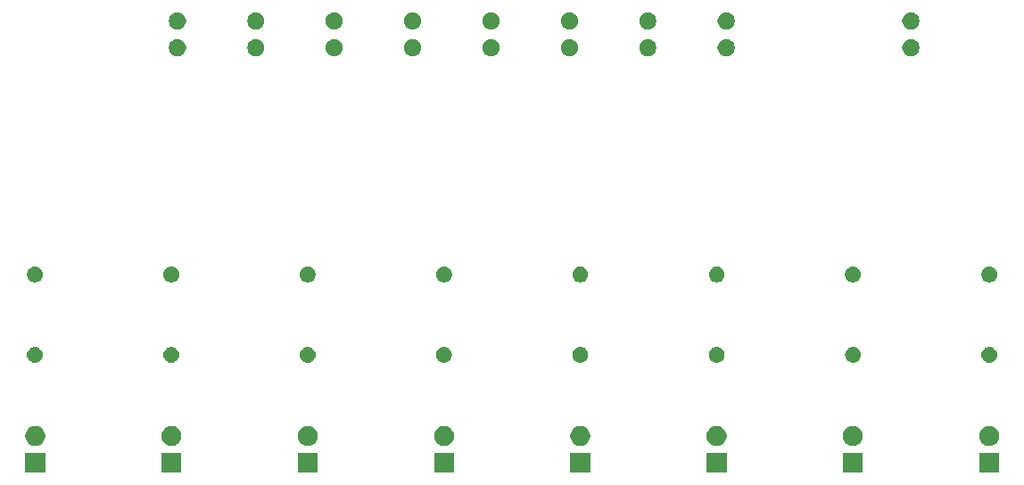
<source format=gbr>
%TF.GenerationSoftware,KiCad,Pcbnew,5.1.4-3.fc30*%
%TF.CreationDate,2019-10-13T17:27:32+02:00*%
%TF.ProjectId,LED_line,4c45445f-6c69-46e6-952e-6b696361645f,rev?*%
%TF.SameCoordinates,PX4531a5cPY39f1340*%
%TF.FileFunction,Soldermask,Top*%
%TF.FilePolarity,Negative*%
%FSLAX46Y46*%
G04 Gerber Fmt 4.6, Leading zero omitted, Abs format (unit mm)*
G04 Created by KiCad (PCBNEW 5.1.4-3.fc30) date 2019-10-13 17:27:32*
%MOMM*%
%LPD*%
G04 APERTURE LIST*
%ADD10C,0.150000*%
G04 APERTURE END LIST*
D10*
G36*
X5230900Y-48944300D02*
G01*
X3328900Y-48944300D01*
X3328900Y-47042300D01*
X5230900Y-47042300D01*
X5230900Y-48944300D01*
X5230900Y-48944300D01*
G37*
G36*
X18164942Y-48944300D02*
G01*
X16262942Y-48944300D01*
X16262942Y-47042300D01*
X18164942Y-47042300D01*
X18164942Y-48944300D01*
X18164942Y-48944300D01*
G37*
G36*
X31098984Y-48944300D02*
G01*
X29196984Y-48944300D01*
X29196984Y-47042300D01*
X31098984Y-47042300D01*
X31098984Y-48944300D01*
X31098984Y-48944300D01*
G37*
G36*
X44033026Y-48944300D02*
G01*
X42131026Y-48944300D01*
X42131026Y-47042300D01*
X44033026Y-47042300D01*
X44033026Y-48944300D01*
X44033026Y-48944300D01*
G37*
G36*
X56967068Y-48944300D02*
G01*
X55065068Y-48944300D01*
X55065068Y-47042300D01*
X56967068Y-47042300D01*
X56967068Y-48944300D01*
X56967068Y-48944300D01*
G37*
G36*
X69901110Y-48944300D02*
G01*
X67999110Y-48944300D01*
X67999110Y-47042300D01*
X69901110Y-47042300D01*
X69901110Y-48944300D01*
X69901110Y-48944300D01*
G37*
G36*
X95769200Y-48944300D02*
G01*
X93867200Y-48944300D01*
X93867200Y-47042300D01*
X95769200Y-47042300D01*
X95769200Y-48944300D01*
X95769200Y-48944300D01*
G37*
G36*
X82835152Y-48944300D02*
G01*
X80933152Y-48944300D01*
X80933152Y-47042300D01*
X82835152Y-47042300D01*
X82835152Y-48944300D01*
X82835152Y-48944300D01*
G37*
G36*
X17491337Y-44538846D02*
G01*
X17664408Y-44610534D01*
X17664409Y-44610535D01*
X17820169Y-44714610D01*
X17952632Y-44847073D01*
X17952633Y-44847075D01*
X18056708Y-45002834D01*
X18128396Y-45175905D01*
X18164942Y-45359633D01*
X18164942Y-45546967D01*
X18128396Y-45730695D01*
X18056708Y-45903766D01*
X18056707Y-45903767D01*
X17952632Y-46059527D01*
X17820169Y-46191990D01*
X17741760Y-46244381D01*
X17664408Y-46296066D01*
X17491337Y-46367754D01*
X17307609Y-46404300D01*
X17120275Y-46404300D01*
X16936547Y-46367754D01*
X16763476Y-46296066D01*
X16686124Y-46244381D01*
X16607715Y-46191990D01*
X16475252Y-46059527D01*
X16371177Y-45903767D01*
X16371176Y-45903766D01*
X16299488Y-45730695D01*
X16262942Y-45546967D01*
X16262942Y-45359633D01*
X16299488Y-45175905D01*
X16371176Y-45002834D01*
X16475251Y-44847075D01*
X16475252Y-44847073D01*
X16607715Y-44714610D01*
X16763475Y-44610535D01*
X16763476Y-44610534D01*
X16936547Y-44538846D01*
X17120275Y-44502300D01*
X17307609Y-44502300D01*
X17491337Y-44538846D01*
X17491337Y-44538846D01*
G37*
G36*
X4557295Y-44538846D02*
G01*
X4730366Y-44610534D01*
X4730367Y-44610535D01*
X4886127Y-44714610D01*
X5018590Y-44847073D01*
X5018591Y-44847075D01*
X5122666Y-45002834D01*
X5194354Y-45175905D01*
X5230900Y-45359633D01*
X5230900Y-45546967D01*
X5194354Y-45730695D01*
X5122666Y-45903766D01*
X5122665Y-45903767D01*
X5018590Y-46059527D01*
X4886127Y-46191990D01*
X4807718Y-46244381D01*
X4730366Y-46296066D01*
X4557295Y-46367754D01*
X4373567Y-46404300D01*
X4186233Y-46404300D01*
X4002505Y-46367754D01*
X3829434Y-46296066D01*
X3752082Y-46244381D01*
X3673673Y-46191990D01*
X3541210Y-46059527D01*
X3437135Y-45903767D01*
X3437134Y-45903766D01*
X3365446Y-45730695D01*
X3328900Y-45546967D01*
X3328900Y-45359633D01*
X3365446Y-45175905D01*
X3437134Y-45002834D01*
X3541209Y-44847075D01*
X3541210Y-44847073D01*
X3673673Y-44714610D01*
X3829433Y-44610535D01*
X3829434Y-44610534D01*
X4002505Y-44538846D01*
X4186233Y-44502300D01*
X4373567Y-44502300D01*
X4557295Y-44538846D01*
X4557295Y-44538846D01*
G37*
G36*
X30425379Y-44538846D02*
G01*
X30598450Y-44610534D01*
X30598451Y-44610535D01*
X30754211Y-44714610D01*
X30886674Y-44847073D01*
X30886675Y-44847075D01*
X30990750Y-45002834D01*
X31062438Y-45175905D01*
X31098984Y-45359633D01*
X31098984Y-45546967D01*
X31062438Y-45730695D01*
X30990750Y-45903766D01*
X30990749Y-45903767D01*
X30886674Y-46059527D01*
X30754211Y-46191990D01*
X30675802Y-46244381D01*
X30598450Y-46296066D01*
X30425379Y-46367754D01*
X30241651Y-46404300D01*
X30054317Y-46404300D01*
X29870589Y-46367754D01*
X29697518Y-46296066D01*
X29620166Y-46244381D01*
X29541757Y-46191990D01*
X29409294Y-46059527D01*
X29305219Y-45903767D01*
X29305218Y-45903766D01*
X29233530Y-45730695D01*
X29196984Y-45546967D01*
X29196984Y-45359633D01*
X29233530Y-45175905D01*
X29305218Y-45002834D01*
X29409293Y-44847075D01*
X29409294Y-44847073D01*
X29541757Y-44714610D01*
X29697517Y-44610535D01*
X29697518Y-44610534D01*
X29870589Y-44538846D01*
X30054317Y-44502300D01*
X30241651Y-44502300D01*
X30425379Y-44538846D01*
X30425379Y-44538846D01*
G37*
G36*
X43359421Y-44538846D02*
G01*
X43532492Y-44610534D01*
X43532493Y-44610535D01*
X43688253Y-44714610D01*
X43820716Y-44847073D01*
X43820717Y-44847075D01*
X43924792Y-45002834D01*
X43996480Y-45175905D01*
X44033026Y-45359633D01*
X44033026Y-45546967D01*
X43996480Y-45730695D01*
X43924792Y-45903766D01*
X43924791Y-45903767D01*
X43820716Y-46059527D01*
X43688253Y-46191990D01*
X43609844Y-46244381D01*
X43532492Y-46296066D01*
X43359421Y-46367754D01*
X43175693Y-46404300D01*
X42988359Y-46404300D01*
X42804631Y-46367754D01*
X42631560Y-46296066D01*
X42554208Y-46244381D01*
X42475799Y-46191990D01*
X42343336Y-46059527D01*
X42239261Y-45903767D01*
X42239260Y-45903766D01*
X42167572Y-45730695D01*
X42131026Y-45546967D01*
X42131026Y-45359633D01*
X42167572Y-45175905D01*
X42239260Y-45002834D01*
X42343335Y-44847075D01*
X42343336Y-44847073D01*
X42475799Y-44714610D01*
X42631559Y-44610535D01*
X42631560Y-44610534D01*
X42804631Y-44538846D01*
X42988359Y-44502300D01*
X43175693Y-44502300D01*
X43359421Y-44538846D01*
X43359421Y-44538846D01*
G37*
G36*
X82161547Y-44538846D02*
G01*
X82334618Y-44610534D01*
X82334619Y-44610535D01*
X82490379Y-44714610D01*
X82622842Y-44847073D01*
X82622843Y-44847075D01*
X82726918Y-45002834D01*
X82798606Y-45175905D01*
X82835152Y-45359633D01*
X82835152Y-45546967D01*
X82798606Y-45730695D01*
X82726918Y-45903766D01*
X82726917Y-45903767D01*
X82622842Y-46059527D01*
X82490379Y-46191990D01*
X82411970Y-46244381D01*
X82334618Y-46296066D01*
X82161547Y-46367754D01*
X81977819Y-46404300D01*
X81790485Y-46404300D01*
X81606757Y-46367754D01*
X81433686Y-46296066D01*
X81356334Y-46244381D01*
X81277925Y-46191990D01*
X81145462Y-46059527D01*
X81041387Y-45903767D01*
X81041386Y-45903766D01*
X80969698Y-45730695D01*
X80933152Y-45546967D01*
X80933152Y-45359633D01*
X80969698Y-45175905D01*
X81041386Y-45002834D01*
X81145461Y-44847075D01*
X81145462Y-44847073D01*
X81277925Y-44714610D01*
X81433685Y-44610535D01*
X81433686Y-44610534D01*
X81606757Y-44538846D01*
X81790485Y-44502300D01*
X81977819Y-44502300D01*
X82161547Y-44538846D01*
X82161547Y-44538846D01*
G37*
G36*
X95095595Y-44538846D02*
G01*
X95268666Y-44610534D01*
X95268667Y-44610535D01*
X95424427Y-44714610D01*
X95556890Y-44847073D01*
X95556891Y-44847075D01*
X95660966Y-45002834D01*
X95732654Y-45175905D01*
X95769200Y-45359633D01*
X95769200Y-45546967D01*
X95732654Y-45730695D01*
X95660966Y-45903766D01*
X95660965Y-45903767D01*
X95556890Y-46059527D01*
X95424427Y-46191990D01*
X95346018Y-46244381D01*
X95268666Y-46296066D01*
X95095595Y-46367754D01*
X94911867Y-46404300D01*
X94724533Y-46404300D01*
X94540805Y-46367754D01*
X94367734Y-46296066D01*
X94290382Y-46244381D01*
X94211973Y-46191990D01*
X94079510Y-46059527D01*
X93975435Y-45903767D01*
X93975434Y-45903766D01*
X93903746Y-45730695D01*
X93867200Y-45546967D01*
X93867200Y-45359633D01*
X93903746Y-45175905D01*
X93975434Y-45002834D01*
X94079509Y-44847075D01*
X94079510Y-44847073D01*
X94211973Y-44714610D01*
X94367733Y-44610535D01*
X94367734Y-44610534D01*
X94540805Y-44538846D01*
X94724533Y-44502300D01*
X94911867Y-44502300D01*
X95095595Y-44538846D01*
X95095595Y-44538846D01*
G37*
G36*
X69227505Y-44538846D02*
G01*
X69400576Y-44610534D01*
X69400577Y-44610535D01*
X69556337Y-44714610D01*
X69688800Y-44847073D01*
X69688801Y-44847075D01*
X69792876Y-45002834D01*
X69864564Y-45175905D01*
X69901110Y-45359633D01*
X69901110Y-45546967D01*
X69864564Y-45730695D01*
X69792876Y-45903766D01*
X69792875Y-45903767D01*
X69688800Y-46059527D01*
X69556337Y-46191990D01*
X69477928Y-46244381D01*
X69400576Y-46296066D01*
X69227505Y-46367754D01*
X69043777Y-46404300D01*
X68856443Y-46404300D01*
X68672715Y-46367754D01*
X68499644Y-46296066D01*
X68422292Y-46244381D01*
X68343883Y-46191990D01*
X68211420Y-46059527D01*
X68107345Y-45903767D01*
X68107344Y-45903766D01*
X68035656Y-45730695D01*
X67999110Y-45546967D01*
X67999110Y-45359633D01*
X68035656Y-45175905D01*
X68107344Y-45002834D01*
X68211419Y-44847075D01*
X68211420Y-44847073D01*
X68343883Y-44714610D01*
X68499643Y-44610535D01*
X68499644Y-44610534D01*
X68672715Y-44538846D01*
X68856443Y-44502300D01*
X69043777Y-44502300D01*
X69227505Y-44538846D01*
X69227505Y-44538846D01*
G37*
G36*
X56293463Y-44538846D02*
G01*
X56466534Y-44610534D01*
X56466535Y-44610535D01*
X56622295Y-44714610D01*
X56754758Y-44847073D01*
X56754759Y-44847075D01*
X56858834Y-45002834D01*
X56930522Y-45175905D01*
X56967068Y-45359633D01*
X56967068Y-45546967D01*
X56930522Y-45730695D01*
X56858834Y-45903766D01*
X56858833Y-45903767D01*
X56754758Y-46059527D01*
X56622295Y-46191990D01*
X56543886Y-46244381D01*
X56466534Y-46296066D01*
X56293463Y-46367754D01*
X56109735Y-46404300D01*
X55922401Y-46404300D01*
X55738673Y-46367754D01*
X55565602Y-46296066D01*
X55488250Y-46244381D01*
X55409841Y-46191990D01*
X55277378Y-46059527D01*
X55173303Y-45903767D01*
X55173302Y-45903766D01*
X55101614Y-45730695D01*
X55065068Y-45546967D01*
X55065068Y-45359633D01*
X55101614Y-45175905D01*
X55173302Y-45002834D01*
X55277377Y-44847075D01*
X55277378Y-44847073D01*
X55409841Y-44714610D01*
X55565601Y-44610535D01*
X55565602Y-44610534D01*
X55738673Y-44538846D01*
X55922401Y-44502300D01*
X56109735Y-44502300D01*
X56293463Y-44538846D01*
X56293463Y-44538846D01*
G37*
G36*
X4328165Y-36997022D02*
G01*
X4401722Y-37004267D01*
X4543286Y-37047210D01*
X4673752Y-37116946D01*
X4703540Y-37141392D01*
X4788107Y-37210793D01*
X4857508Y-37295360D01*
X4881954Y-37325148D01*
X4951690Y-37455614D01*
X4994633Y-37597178D01*
X5009133Y-37744400D01*
X4994633Y-37891622D01*
X4951690Y-38033186D01*
X4881954Y-38163652D01*
X4857508Y-38193440D01*
X4788107Y-38278007D01*
X4703540Y-38347408D01*
X4673752Y-38371854D01*
X4543286Y-38441590D01*
X4401722Y-38484533D01*
X4328165Y-38491778D01*
X4291388Y-38495400D01*
X4217612Y-38495400D01*
X4180835Y-38491778D01*
X4107278Y-38484533D01*
X3965714Y-38441590D01*
X3835248Y-38371854D01*
X3805460Y-38347408D01*
X3720893Y-38278007D01*
X3651492Y-38193440D01*
X3627046Y-38163652D01*
X3557310Y-38033186D01*
X3514367Y-37891622D01*
X3499867Y-37744400D01*
X3514367Y-37597178D01*
X3557310Y-37455614D01*
X3627046Y-37325148D01*
X3651492Y-37295360D01*
X3720893Y-37210793D01*
X3805460Y-37141392D01*
X3835248Y-37116946D01*
X3965714Y-37047210D01*
X4107278Y-37004267D01*
X4180835Y-36997022D01*
X4217612Y-36993400D01*
X4291388Y-36993400D01*
X4328165Y-36997022D01*
X4328165Y-36997022D01*
G37*
G36*
X43152065Y-36997022D02*
G01*
X43225622Y-37004267D01*
X43367186Y-37047210D01*
X43497652Y-37116946D01*
X43527440Y-37141392D01*
X43612007Y-37210793D01*
X43681408Y-37295360D01*
X43705854Y-37325148D01*
X43775590Y-37455614D01*
X43818533Y-37597178D01*
X43833033Y-37744400D01*
X43818533Y-37891622D01*
X43775590Y-38033186D01*
X43705854Y-38163652D01*
X43681408Y-38193440D01*
X43612007Y-38278007D01*
X43527440Y-38347408D01*
X43497652Y-38371854D01*
X43367186Y-38441590D01*
X43225622Y-38484533D01*
X43152065Y-38491778D01*
X43115288Y-38495400D01*
X43041512Y-38495400D01*
X43004735Y-38491778D01*
X42931178Y-38484533D01*
X42789614Y-38441590D01*
X42659148Y-38371854D01*
X42629360Y-38347408D01*
X42544793Y-38278007D01*
X42475392Y-38193440D01*
X42450946Y-38163652D01*
X42381210Y-38033186D01*
X42338267Y-37891622D01*
X42323767Y-37744400D01*
X42338267Y-37597178D01*
X42381210Y-37455614D01*
X42450946Y-37325148D01*
X42475392Y-37295360D01*
X42544793Y-37210793D01*
X42629360Y-37141392D01*
X42659148Y-37116946D01*
X42789614Y-37047210D01*
X42931178Y-37004267D01*
X43004735Y-36997022D01*
X43041512Y-36993400D01*
X43115288Y-36993400D01*
X43152065Y-36997022D01*
X43152065Y-36997022D01*
G37*
G36*
X17269465Y-36997022D02*
G01*
X17343022Y-37004267D01*
X17484586Y-37047210D01*
X17615052Y-37116946D01*
X17644840Y-37141392D01*
X17729407Y-37210793D01*
X17798808Y-37295360D01*
X17823254Y-37325148D01*
X17892990Y-37455614D01*
X17935933Y-37597178D01*
X17950433Y-37744400D01*
X17935933Y-37891622D01*
X17892990Y-38033186D01*
X17823254Y-38163652D01*
X17798808Y-38193440D01*
X17729407Y-38278007D01*
X17644840Y-38347408D01*
X17615052Y-38371854D01*
X17484586Y-38441590D01*
X17343022Y-38484533D01*
X17269465Y-38491778D01*
X17232688Y-38495400D01*
X17158912Y-38495400D01*
X17122135Y-38491778D01*
X17048578Y-38484533D01*
X16907014Y-38441590D01*
X16776548Y-38371854D01*
X16746760Y-38347408D01*
X16662193Y-38278007D01*
X16592792Y-38193440D01*
X16568346Y-38163652D01*
X16498610Y-38033186D01*
X16455667Y-37891622D01*
X16441167Y-37744400D01*
X16455667Y-37597178D01*
X16498610Y-37455614D01*
X16568346Y-37325148D01*
X16592792Y-37295360D01*
X16662193Y-37210793D01*
X16746760Y-37141392D01*
X16776548Y-37116946D01*
X16907014Y-37047210D01*
X17048578Y-37004267D01*
X17122135Y-36997022D01*
X17158912Y-36993400D01*
X17232688Y-36993400D01*
X17269465Y-36997022D01*
X17269465Y-36997022D01*
G37*
G36*
X94917265Y-36997022D02*
G01*
X94990822Y-37004267D01*
X95132386Y-37047210D01*
X95262852Y-37116946D01*
X95292640Y-37141392D01*
X95377207Y-37210793D01*
X95446608Y-37295360D01*
X95471054Y-37325148D01*
X95540790Y-37455614D01*
X95583733Y-37597178D01*
X95598233Y-37744400D01*
X95583733Y-37891622D01*
X95540790Y-38033186D01*
X95471054Y-38163652D01*
X95446608Y-38193440D01*
X95377207Y-38278007D01*
X95292640Y-38347408D01*
X95262852Y-38371854D01*
X95132386Y-38441590D01*
X94990822Y-38484533D01*
X94917265Y-38491778D01*
X94880488Y-38495400D01*
X94806712Y-38495400D01*
X94769935Y-38491778D01*
X94696378Y-38484533D01*
X94554814Y-38441590D01*
X94424348Y-38371854D01*
X94394560Y-38347408D01*
X94309993Y-38278007D01*
X94240592Y-38193440D01*
X94216146Y-38163652D01*
X94146410Y-38033186D01*
X94103467Y-37891622D01*
X94088967Y-37744400D01*
X94103467Y-37597178D01*
X94146410Y-37455614D01*
X94216146Y-37325148D01*
X94240592Y-37295360D01*
X94309993Y-37210793D01*
X94394560Y-37141392D01*
X94424348Y-37116946D01*
X94554814Y-37047210D01*
X94696378Y-37004267D01*
X94769935Y-36997022D01*
X94806712Y-36993400D01*
X94880488Y-36993400D01*
X94917265Y-36997022D01*
X94917265Y-36997022D01*
G37*
G36*
X81975965Y-36997022D02*
G01*
X82049522Y-37004267D01*
X82191086Y-37047210D01*
X82321552Y-37116946D01*
X82351340Y-37141392D01*
X82435907Y-37210793D01*
X82505308Y-37295360D01*
X82529754Y-37325148D01*
X82599490Y-37455614D01*
X82642433Y-37597178D01*
X82656933Y-37744400D01*
X82642433Y-37891622D01*
X82599490Y-38033186D01*
X82529754Y-38163652D01*
X82505308Y-38193440D01*
X82435907Y-38278007D01*
X82351340Y-38347408D01*
X82321552Y-38371854D01*
X82191086Y-38441590D01*
X82049522Y-38484533D01*
X81975965Y-38491778D01*
X81939188Y-38495400D01*
X81865412Y-38495400D01*
X81828635Y-38491778D01*
X81755078Y-38484533D01*
X81613514Y-38441590D01*
X81483048Y-38371854D01*
X81453260Y-38347408D01*
X81368693Y-38278007D01*
X81299292Y-38193440D01*
X81274846Y-38163652D01*
X81205110Y-38033186D01*
X81162167Y-37891622D01*
X81147667Y-37744400D01*
X81162167Y-37597178D01*
X81205110Y-37455614D01*
X81274846Y-37325148D01*
X81299292Y-37295360D01*
X81368693Y-37210793D01*
X81453260Y-37141392D01*
X81483048Y-37116946D01*
X81613514Y-37047210D01*
X81755078Y-37004267D01*
X81828635Y-36997022D01*
X81865412Y-36993400D01*
X81939188Y-36993400D01*
X81975965Y-36997022D01*
X81975965Y-36997022D01*
G37*
G36*
X69034665Y-36997022D02*
G01*
X69108222Y-37004267D01*
X69249786Y-37047210D01*
X69380252Y-37116946D01*
X69410040Y-37141392D01*
X69494607Y-37210793D01*
X69564008Y-37295360D01*
X69588454Y-37325148D01*
X69658190Y-37455614D01*
X69701133Y-37597178D01*
X69715633Y-37744400D01*
X69701133Y-37891622D01*
X69658190Y-38033186D01*
X69588454Y-38163652D01*
X69564008Y-38193440D01*
X69494607Y-38278007D01*
X69410040Y-38347408D01*
X69380252Y-38371854D01*
X69249786Y-38441590D01*
X69108222Y-38484533D01*
X69034665Y-38491778D01*
X68997888Y-38495400D01*
X68924112Y-38495400D01*
X68887335Y-38491778D01*
X68813778Y-38484533D01*
X68672214Y-38441590D01*
X68541748Y-38371854D01*
X68511960Y-38347408D01*
X68427393Y-38278007D01*
X68357992Y-38193440D01*
X68333546Y-38163652D01*
X68263810Y-38033186D01*
X68220867Y-37891622D01*
X68206367Y-37744400D01*
X68220867Y-37597178D01*
X68263810Y-37455614D01*
X68333546Y-37325148D01*
X68357992Y-37295360D01*
X68427393Y-37210793D01*
X68511960Y-37141392D01*
X68541748Y-37116946D01*
X68672214Y-37047210D01*
X68813778Y-37004267D01*
X68887335Y-36997022D01*
X68924112Y-36993400D01*
X68997888Y-36993400D01*
X69034665Y-36997022D01*
X69034665Y-36997022D01*
G37*
G36*
X56093365Y-36997022D02*
G01*
X56166922Y-37004267D01*
X56308486Y-37047210D01*
X56438952Y-37116946D01*
X56468740Y-37141392D01*
X56553307Y-37210793D01*
X56622708Y-37295360D01*
X56647154Y-37325148D01*
X56716890Y-37455614D01*
X56759833Y-37597178D01*
X56774333Y-37744400D01*
X56759833Y-37891622D01*
X56716890Y-38033186D01*
X56647154Y-38163652D01*
X56622708Y-38193440D01*
X56553307Y-38278007D01*
X56468740Y-38347408D01*
X56438952Y-38371854D01*
X56308486Y-38441590D01*
X56166922Y-38484533D01*
X56093365Y-38491778D01*
X56056588Y-38495400D01*
X55982812Y-38495400D01*
X55946035Y-38491778D01*
X55872478Y-38484533D01*
X55730914Y-38441590D01*
X55600448Y-38371854D01*
X55570660Y-38347408D01*
X55486093Y-38278007D01*
X55416692Y-38193440D01*
X55392246Y-38163652D01*
X55322510Y-38033186D01*
X55279567Y-37891622D01*
X55265067Y-37744400D01*
X55279567Y-37597178D01*
X55322510Y-37455614D01*
X55392246Y-37325148D01*
X55416692Y-37295360D01*
X55486093Y-37210793D01*
X55570660Y-37141392D01*
X55600448Y-37116946D01*
X55730914Y-37047210D01*
X55872478Y-37004267D01*
X55946035Y-36997022D01*
X55982812Y-36993400D01*
X56056588Y-36993400D01*
X56093365Y-36997022D01*
X56093365Y-36997022D01*
G37*
G36*
X30210765Y-36997022D02*
G01*
X30284322Y-37004267D01*
X30425886Y-37047210D01*
X30556352Y-37116946D01*
X30586140Y-37141392D01*
X30670707Y-37210793D01*
X30740108Y-37295360D01*
X30764554Y-37325148D01*
X30834290Y-37455614D01*
X30877233Y-37597178D01*
X30891733Y-37744400D01*
X30877233Y-37891622D01*
X30834290Y-38033186D01*
X30764554Y-38163652D01*
X30740108Y-38193440D01*
X30670707Y-38278007D01*
X30586140Y-38347408D01*
X30556352Y-38371854D01*
X30425886Y-38441590D01*
X30284322Y-38484533D01*
X30210765Y-38491778D01*
X30173988Y-38495400D01*
X30100212Y-38495400D01*
X30063435Y-38491778D01*
X29989878Y-38484533D01*
X29848314Y-38441590D01*
X29717848Y-38371854D01*
X29688060Y-38347408D01*
X29603493Y-38278007D01*
X29534092Y-38193440D01*
X29509646Y-38163652D01*
X29439910Y-38033186D01*
X29396967Y-37891622D01*
X29382467Y-37744400D01*
X29396967Y-37597178D01*
X29439910Y-37455614D01*
X29509646Y-37325148D01*
X29534092Y-37295360D01*
X29603493Y-37210793D01*
X29688060Y-37141392D01*
X29717848Y-37116946D01*
X29848314Y-37047210D01*
X29989878Y-37004267D01*
X30063435Y-36997022D01*
X30100212Y-36993400D01*
X30173988Y-36993400D01*
X30210765Y-36997022D01*
X30210765Y-36997022D01*
G37*
G36*
X95062659Y-29402260D02*
G01*
X95199332Y-29458872D01*
X95322335Y-29541060D01*
X95426940Y-29645665D01*
X95509128Y-29768668D01*
X95565740Y-29905341D01*
X95594600Y-30050433D01*
X95594600Y-30198367D01*
X95565740Y-30343459D01*
X95509128Y-30480132D01*
X95426940Y-30603135D01*
X95322335Y-30707740D01*
X95199332Y-30789928D01*
X95199331Y-30789929D01*
X95199330Y-30789929D01*
X95062659Y-30846540D01*
X94917568Y-30875400D01*
X94769632Y-30875400D01*
X94624541Y-30846540D01*
X94487870Y-30789929D01*
X94487869Y-30789929D01*
X94487868Y-30789928D01*
X94364865Y-30707740D01*
X94260260Y-30603135D01*
X94178072Y-30480132D01*
X94121460Y-30343459D01*
X94092600Y-30198367D01*
X94092600Y-30050433D01*
X94121460Y-29905341D01*
X94178072Y-29768668D01*
X94260260Y-29645665D01*
X94364865Y-29541060D01*
X94487868Y-29458872D01*
X94624541Y-29402260D01*
X94769632Y-29373400D01*
X94917568Y-29373400D01*
X95062659Y-29402260D01*
X95062659Y-29402260D01*
G37*
G36*
X17414859Y-29402260D02*
G01*
X17551532Y-29458872D01*
X17674535Y-29541060D01*
X17779140Y-29645665D01*
X17861328Y-29768668D01*
X17917940Y-29905341D01*
X17946800Y-30050433D01*
X17946800Y-30198367D01*
X17917940Y-30343459D01*
X17861328Y-30480132D01*
X17779140Y-30603135D01*
X17674535Y-30707740D01*
X17551532Y-30789928D01*
X17551531Y-30789929D01*
X17551530Y-30789929D01*
X17414859Y-30846540D01*
X17269768Y-30875400D01*
X17121832Y-30875400D01*
X16976741Y-30846540D01*
X16840070Y-30789929D01*
X16840069Y-30789929D01*
X16840068Y-30789928D01*
X16717065Y-30707740D01*
X16612460Y-30603135D01*
X16530272Y-30480132D01*
X16473660Y-30343459D01*
X16444800Y-30198367D01*
X16444800Y-30050433D01*
X16473660Y-29905341D01*
X16530272Y-29768668D01*
X16612460Y-29645665D01*
X16717065Y-29541060D01*
X16840068Y-29458872D01*
X16976741Y-29402260D01*
X17121832Y-29373400D01*
X17269768Y-29373400D01*
X17414859Y-29402260D01*
X17414859Y-29402260D01*
G37*
G36*
X30356159Y-29402260D02*
G01*
X30492832Y-29458872D01*
X30615835Y-29541060D01*
X30720440Y-29645665D01*
X30802628Y-29768668D01*
X30859240Y-29905341D01*
X30888100Y-30050433D01*
X30888100Y-30198367D01*
X30859240Y-30343459D01*
X30802628Y-30480132D01*
X30720440Y-30603135D01*
X30615835Y-30707740D01*
X30492832Y-30789928D01*
X30492831Y-30789929D01*
X30492830Y-30789929D01*
X30356159Y-30846540D01*
X30211068Y-30875400D01*
X30063132Y-30875400D01*
X29918041Y-30846540D01*
X29781370Y-30789929D01*
X29781369Y-30789929D01*
X29781368Y-30789928D01*
X29658365Y-30707740D01*
X29553760Y-30603135D01*
X29471572Y-30480132D01*
X29414960Y-30343459D01*
X29386100Y-30198367D01*
X29386100Y-30050433D01*
X29414960Y-29905341D01*
X29471572Y-29768668D01*
X29553760Y-29645665D01*
X29658365Y-29541060D01*
X29781368Y-29458872D01*
X29918041Y-29402260D01*
X30063132Y-29373400D01*
X30211068Y-29373400D01*
X30356159Y-29402260D01*
X30356159Y-29402260D01*
G37*
G36*
X4473559Y-29402260D02*
G01*
X4610232Y-29458872D01*
X4733235Y-29541060D01*
X4837840Y-29645665D01*
X4920028Y-29768668D01*
X4976640Y-29905341D01*
X5005500Y-30050433D01*
X5005500Y-30198367D01*
X4976640Y-30343459D01*
X4920028Y-30480132D01*
X4837840Y-30603135D01*
X4733235Y-30707740D01*
X4610232Y-30789928D01*
X4610231Y-30789929D01*
X4610230Y-30789929D01*
X4473559Y-30846540D01*
X4328468Y-30875400D01*
X4180532Y-30875400D01*
X4035441Y-30846540D01*
X3898770Y-30789929D01*
X3898769Y-30789929D01*
X3898768Y-30789928D01*
X3775765Y-30707740D01*
X3671160Y-30603135D01*
X3588972Y-30480132D01*
X3532360Y-30343459D01*
X3503500Y-30198367D01*
X3503500Y-30050433D01*
X3532360Y-29905341D01*
X3588972Y-29768668D01*
X3671160Y-29645665D01*
X3775765Y-29541060D01*
X3898768Y-29458872D01*
X4035441Y-29402260D01*
X4180532Y-29373400D01*
X4328468Y-29373400D01*
X4473559Y-29402260D01*
X4473559Y-29402260D01*
G37*
G36*
X56238759Y-29402260D02*
G01*
X56375432Y-29458872D01*
X56498435Y-29541060D01*
X56603040Y-29645665D01*
X56685228Y-29768668D01*
X56741840Y-29905341D01*
X56770700Y-30050433D01*
X56770700Y-30198367D01*
X56741840Y-30343459D01*
X56685228Y-30480132D01*
X56603040Y-30603135D01*
X56498435Y-30707740D01*
X56375432Y-30789928D01*
X56375431Y-30789929D01*
X56375430Y-30789929D01*
X56238759Y-30846540D01*
X56093668Y-30875400D01*
X55945732Y-30875400D01*
X55800641Y-30846540D01*
X55663970Y-30789929D01*
X55663969Y-30789929D01*
X55663968Y-30789928D01*
X55540965Y-30707740D01*
X55436360Y-30603135D01*
X55354172Y-30480132D01*
X55297560Y-30343459D01*
X55268700Y-30198367D01*
X55268700Y-30050433D01*
X55297560Y-29905341D01*
X55354172Y-29768668D01*
X55436360Y-29645665D01*
X55540965Y-29541060D01*
X55663968Y-29458872D01*
X55800641Y-29402260D01*
X55945732Y-29373400D01*
X56093668Y-29373400D01*
X56238759Y-29402260D01*
X56238759Y-29402260D01*
G37*
G36*
X69180059Y-29402260D02*
G01*
X69316732Y-29458872D01*
X69439735Y-29541060D01*
X69544340Y-29645665D01*
X69626528Y-29768668D01*
X69683140Y-29905341D01*
X69712000Y-30050433D01*
X69712000Y-30198367D01*
X69683140Y-30343459D01*
X69626528Y-30480132D01*
X69544340Y-30603135D01*
X69439735Y-30707740D01*
X69316732Y-30789928D01*
X69316731Y-30789929D01*
X69316730Y-30789929D01*
X69180059Y-30846540D01*
X69034968Y-30875400D01*
X68887032Y-30875400D01*
X68741941Y-30846540D01*
X68605270Y-30789929D01*
X68605269Y-30789929D01*
X68605268Y-30789928D01*
X68482265Y-30707740D01*
X68377660Y-30603135D01*
X68295472Y-30480132D01*
X68238860Y-30343459D01*
X68210000Y-30198367D01*
X68210000Y-30050433D01*
X68238860Y-29905341D01*
X68295472Y-29768668D01*
X68377660Y-29645665D01*
X68482265Y-29541060D01*
X68605268Y-29458872D01*
X68741941Y-29402260D01*
X68887032Y-29373400D01*
X69034968Y-29373400D01*
X69180059Y-29402260D01*
X69180059Y-29402260D01*
G37*
G36*
X82121359Y-29402260D02*
G01*
X82258032Y-29458872D01*
X82381035Y-29541060D01*
X82485640Y-29645665D01*
X82567828Y-29768668D01*
X82624440Y-29905341D01*
X82653300Y-30050433D01*
X82653300Y-30198367D01*
X82624440Y-30343459D01*
X82567828Y-30480132D01*
X82485640Y-30603135D01*
X82381035Y-30707740D01*
X82258032Y-30789928D01*
X82258031Y-30789929D01*
X82258030Y-30789929D01*
X82121359Y-30846540D01*
X81976268Y-30875400D01*
X81828332Y-30875400D01*
X81683241Y-30846540D01*
X81546570Y-30789929D01*
X81546569Y-30789929D01*
X81546568Y-30789928D01*
X81423565Y-30707740D01*
X81318960Y-30603135D01*
X81236772Y-30480132D01*
X81180160Y-30343459D01*
X81151300Y-30198367D01*
X81151300Y-30050433D01*
X81180160Y-29905341D01*
X81236772Y-29768668D01*
X81318960Y-29645665D01*
X81423565Y-29541060D01*
X81546568Y-29458872D01*
X81683241Y-29402260D01*
X81828332Y-29373400D01*
X81976268Y-29373400D01*
X82121359Y-29402260D01*
X82121359Y-29402260D01*
G37*
G36*
X43297459Y-29402260D02*
G01*
X43434132Y-29458872D01*
X43557135Y-29541060D01*
X43661740Y-29645665D01*
X43743928Y-29768668D01*
X43800540Y-29905341D01*
X43829400Y-30050433D01*
X43829400Y-30198367D01*
X43800540Y-30343459D01*
X43743928Y-30480132D01*
X43661740Y-30603135D01*
X43557135Y-30707740D01*
X43434132Y-30789928D01*
X43434131Y-30789929D01*
X43434130Y-30789929D01*
X43297459Y-30846540D01*
X43152368Y-30875400D01*
X43004432Y-30875400D01*
X42859341Y-30846540D01*
X42722670Y-30789929D01*
X42722669Y-30789929D01*
X42722668Y-30789928D01*
X42599665Y-30707740D01*
X42495060Y-30603135D01*
X42412872Y-30480132D01*
X42356260Y-30343459D01*
X42327400Y-30198367D01*
X42327400Y-30050433D01*
X42356260Y-29905341D01*
X42412872Y-29768668D01*
X42495060Y-29645665D01*
X42599665Y-29541060D01*
X42722668Y-29458872D01*
X42859341Y-29402260D01*
X43004432Y-29373400D01*
X43152368Y-29373400D01*
X43297459Y-29402260D01*
X43297459Y-29402260D01*
G37*
G36*
X40338297Y-7803442D02*
G01*
X40486256Y-7864729D01*
X40619410Y-7953699D01*
X40732656Y-8066945D01*
X40821626Y-8200099D01*
X40882913Y-8348058D01*
X40914155Y-8505125D01*
X40914155Y-8665275D01*
X40882913Y-8822342D01*
X40821626Y-8970301D01*
X40732656Y-9103455D01*
X40619410Y-9216701D01*
X40486256Y-9305671D01*
X40338297Y-9366958D01*
X40181230Y-9398200D01*
X40021080Y-9398200D01*
X39864013Y-9366958D01*
X39716054Y-9305671D01*
X39582900Y-9216701D01*
X39469654Y-9103455D01*
X39380684Y-8970301D01*
X39319397Y-8822342D01*
X39288155Y-8665275D01*
X39288155Y-8505125D01*
X39319397Y-8348058D01*
X39380684Y-8200099D01*
X39469654Y-8066945D01*
X39582900Y-7953699D01*
X39716054Y-7864729D01*
X39864013Y-7803442D01*
X40021080Y-7772200D01*
X40181230Y-7772200D01*
X40338297Y-7803442D01*
X40338297Y-7803442D01*
G37*
G36*
X87625842Y-7803442D02*
G01*
X87773801Y-7864729D01*
X87906955Y-7953699D01*
X88020201Y-8066945D01*
X88109171Y-8200099D01*
X88170458Y-8348058D01*
X88201700Y-8505125D01*
X88201700Y-8665275D01*
X88170458Y-8822342D01*
X88109171Y-8970301D01*
X88020201Y-9103455D01*
X87906955Y-9216701D01*
X87773801Y-9305671D01*
X87625842Y-9366958D01*
X87468775Y-9398200D01*
X87308625Y-9398200D01*
X87151558Y-9366958D01*
X87003599Y-9305671D01*
X86870445Y-9216701D01*
X86757199Y-9103455D01*
X86668229Y-8970301D01*
X86606942Y-8822342D01*
X86575700Y-8665275D01*
X86575700Y-8505125D01*
X86606942Y-8348058D01*
X86668229Y-8200099D01*
X86757199Y-8066945D01*
X86870445Y-7953699D01*
X87003599Y-7864729D01*
X87151558Y-7803442D01*
X87308625Y-7772200D01*
X87468775Y-7772200D01*
X87625842Y-7803442D01*
X87625842Y-7803442D01*
G37*
G36*
X32897912Y-7803442D02*
G01*
X33045871Y-7864729D01*
X33179025Y-7953699D01*
X33292271Y-8066945D01*
X33381241Y-8200099D01*
X33442528Y-8348058D01*
X33473770Y-8505125D01*
X33473770Y-8665275D01*
X33442528Y-8822342D01*
X33381241Y-8970301D01*
X33292271Y-9103455D01*
X33179025Y-9216701D01*
X33045871Y-9305671D01*
X32897912Y-9366958D01*
X32740845Y-9398200D01*
X32580695Y-9398200D01*
X32423628Y-9366958D01*
X32275669Y-9305671D01*
X32142515Y-9216701D01*
X32029269Y-9103455D01*
X31940299Y-8970301D01*
X31879012Y-8822342D01*
X31847770Y-8665275D01*
X31847770Y-8505125D01*
X31879012Y-8348058D01*
X31940299Y-8200099D01*
X32029269Y-8066945D01*
X32142515Y-7953699D01*
X32275669Y-7864729D01*
X32423628Y-7803442D01*
X32580695Y-7772200D01*
X32740845Y-7772200D01*
X32897912Y-7803442D01*
X32897912Y-7803442D01*
G37*
G36*
X47778682Y-7803442D02*
G01*
X47926641Y-7864729D01*
X48059795Y-7953699D01*
X48173041Y-8066945D01*
X48262011Y-8200099D01*
X48323298Y-8348058D01*
X48354540Y-8505125D01*
X48354540Y-8665275D01*
X48323298Y-8822342D01*
X48262011Y-8970301D01*
X48173041Y-9103455D01*
X48059795Y-9216701D01*
X47926641Y-9305671D01*
X47778682Y-9366958D01*
X47621615Y-9398200D01*
X47461465Y-9398200D01*
X47304398Y-9366958D01*
X47156439Y-9305671D01*
X47023285Y-9216701D01*
X46910039Y-9103455D01*
X46821069Y-8970301D01*
X46759782Y-8822342D01*
X46728540Y-8665275D01*
X46728540Y-8505125D01*
X46759782Y-8348058D01*
X46821069Y-8200099D01*
X46910039Y-8066945D01*
X47023285Y-7953699D01*
X47156439Y-7864729D01*
X47304398Y-7803442D01*
X47461465Y-7772200D01*
X47621615Y-7772200D01*
X47778682Y-7803442D01*
X47778682Y-7803442D01*
G37*
G36*
X18017142Y-7803442D02*
G01*
X18165101Y-7864729D01*
X18298255Y-7953699D01*
X18411501Y-8066945D01*
X18500471Y-8200099D01*
X18561758Y-8348058D01*
X18593000Y-8505125D01*
X18593000Y-8665275D01*
X18561758Y-8822342D01*
X18500471Y-8970301D01*
X18411501Y-9103455D01*
X18298255Y-9216701D01*
X18165101Y-9305671D01*
X18017142Y-9366958D01*
X17860075Y-9398200D01*
X17699925Y-9398200D01*
X17542858Y-9366958D01*
X17394899Y-9305671D01*
X17261745Y-9216701D01*
X17148499Y-9103455D01*
X17059529Y-8970301D01*
X16998242Y-8822342D01*
X16967000Y-8665275D01*
X16967000Y-8505125D01*
X16998242Y-8348058D01*
X17059529Y-8200099D01*
X17148499Y-8066945D01*
X17261745Y-7953699D01*
X17394899Y-7864729D01*
X17542858Y-7803442D01*
X17699925Y-7772200D01*
X17860075Y-7772200D01*
X18017142Y-7803442D01*
X18017142Y-7803442D01*
G37*
G36*
X55219067Y-7803442D02*
G01*
X55367026Y-7864729D01*
X55500180Y-7953699D01*
X55613426Y-8066945D01*
X55702396Y-8200099D01*
X55763683Y-8348058D01*
X55794925Y-8505125D01*
X55794925Y-8665275D01*
X55763683Y-8822342D01*
X55702396Y-8970301D01*
X55613426Y-9103455D01*
X55500180Y-9216701D01*
X55367026Y-9305671D01*
X55219067Y-9366958D01*
X55062000Y-9398200D01*
X54901850Y-9398200D01*
X54744783Y-9366958D01*
X54596824Y-9305671D01*
X54463670Y-9216701D01*
X54350424Y-9103455D01*
X54261454Y-8970301D01*
X54200167Y-8822342D01*
X54168925Y-8665275D01*
X54168925Y-8505125D01*
X54200167Y-8348058D01*
X54261454Y-8200099D01*
X54350424Y-8066945D01*
X54463670Y-7953699D01*
X54596824Y-7864729D01*
X54744783Y-7803442D01*
X54901850Y-7772200D01*
X55062000Y-7772200D01*
X55219067Y-7803442D01*
X55219067Y-7803442D01*
G37*
G36*
X25457527Y-7803442D02*
G01*
X25605486Y-7864729D01*
X25738640Y-7953699D01*
X25851886Y-8066945D01*
X25940856Y-8200099D01*
X26002143Y-8348058D01*
X26033385Y-8505125D01*
X26033385Y-8665275D01*
X26002143Y-8822342D01*
X25940856Y-8970301D01*
X25851886Y-9103455D01*
X25738640Y-9216701D01*
X25605486Y-9305671D01*
X25457527Y-9366958D01*
X25300460Y-9398200D01*
X25140310Y-9398200D01*
X24983243Y-9366958D01*
X24835284Y-9305671D01*
X24702130Y-9216701D01*
X24588884Y-9103455D01*
X24499914Y-8970301D01*
X24438627Y-8822342D01*
X24407385Y-8665275D01*
X24407385Y-8505125D01*
X24438627Y-8348058D01*
X24499914Y-8200099D01*
X24588884Y-8066945D01*
X24702130Y-7953699D01*
X24835284Y-7864729D01*
X24983243Y-7803442D01*
X25140310Y-7772200D01*
X25300460Y-7772200D01*
X25457527Y-7803442D01*
X25457527Y-7803442D01*
G37*
G36*
X70099842Y-7803442D02*
G01*
X70247801Y-7864729D01*
X70380955Y-7953699D01*
X70494201Y-8066945D01*
X70583171Y-8200099D01*
X70644458Y-8348058D01*
X70675700Y-8505125D01*
X70675700Y-8665275D01*
X70644458Y-8822342D01*
X70583171Y-8970301D01*
X70494201Y-9103455D01*
X70380955Y-9216701D01*
X70247801Y-9305671D01*
X70099842Y-9366958D01*
X69942775Y-9398200D01*
X69782625Y-9398200D01*
X69625558Y-9366958D01*
X69477599Y-9305671D01*
X69344445Y-9216701D01*
X69231199Y-9103455D01*
X69142229Y-8970301D01*
X69080942Y-8822342D01*
X69049700Y-8665275D01*
X69049700Y-8505125D01*
X69080942Y-8348058D01*
X69142229Y-8200099D01*
X69231199Y-8066945D01*
X69344445Y-7953699D01*
X69477599Y-7864729D01*
X69625558Y-7803442D01*
X69782625Y-7772200D01*
X69942775Y-7772200D01*
X70099842Y-7803442D01*
X70099842Y-7803442D01*
G37*
G36*
X62659452Y-7803442D02*
G01*
X62807411Y-7864729D01*
X62940565Y-7953699D01*
X63053811Y-8066945D01*
X63142781Y-8200099D01*
X63204068Y-8348058D01*
X63235310Y-8505125D01*
X63235310Y-8665275D01*
X63204068Y-8822342D01*
X63142781Y-8970301D01*
X63053811Y-9103455D01*
X62940565Y-9216701D01*
X62807411Y-9305671D01*
X62659452Y-9366958D01*
X62502385Y-9398200D01*
X62342235Y-9398200D01*
X62185168Y-9366958D01*
X62037209Y-9305671D01*
X61904055Y-9216701D01*
X61790809Y-9103455D01*
X61701839Y-8970301D01*
X61640552Y-8822342D01*
X61609310Y-8665275D01*
X61609310Y-8505125D01*
X61640552Y-8348058D01*
X61701839Y-8200099D01*
X61790809Y-8066945D01*
X61904055Y-7953699D01*
X62037209Y-7864729D01*
X62185168Y-7803442D01*
X62342235Y-7772200D01*
X62502385Y-7772200D01*
X62659452Y-7803442D01*
X62659452Y-7803442D01*
G37*
G36*
X55219067Y-5263442D02*
G01*
X55367026Y-5324729D01*
X55500180Y-5413699D01*
X55613426Y-5526945D01*
X55702396Y-5660099D01*
X55763683Y-5808058D01*
X55794925Y-5965125D01*
X55794925Y-6125275D01*
X55763683Y-6282342D01*
X55702396Y-6430301D01*
X55613426Y-6563455D01*
X55500180Y-6676701D01*
X55367026Y-6765671D01*
X55219067Y-6826958D01*
X55062000Y-6858200D01*
X54901850Y-6858200D01*
X54744783Y-6826958D01*
X54596824Y-6765671D01*
X54463670Y-6676701D01*
X54350424Y-6563455D01*
X54261454Y-6430301D01*
X54200167Y-6282342D01*
X54168925Y-6125275D01*
X54168925Y-5965125D01*
X54200167Y-5808058D01*
X54261454Y-5660099D01*
X54350424Y-5526945D01*
X54463670Y-5413699D01*
X54596824Y-5324729D01*
X54744783Y-5263442D01*
X54901850Y-5232200D01*
X55062000Y-5232200D01*
X55219067Y-5263442D01*
X55219067Y-5263442D01*
G37*
G36*
X62659452Y-5263442D02*
G01*
X62807411Y-5324729D01*
X62940565Y-5413699D01*
X63053811Y-5526945D01*
X63142781Y-5660099D01*
X63204068Y-5808058D01*
X63235310Y-5965125D01*
X63235310Y-6125275D01*
X63204068Y-6282342D01*
X63142781Y-6430301D01*
X63053811Y-6563455D01*
X62940565Y-6676701D01*
X62807411Y-6765671D01*
X62659452Y-6826958D01*
X62502385Y-6858200D01*
X62342235Y-6858200D01*
X62185168Y-6826958D01*
X62037209Y-6765671D01*
X61904055Y-6676701D01*
X61790809Y-6563455D01*
X61701839Y-6430301D01*
X61640552Y-6282342D01*
X61609310Y-6125275D01*
X61609310Y-5965125D01*
X61640552Y-5808058D01*
X61701839Y-5660099D01*
X61790809Y-5526945D01*
X61904055Y-5413699D01*
X62037209Y-5324729D01*
X62185168Y-5263442D01*
X62342235Y-5232200D01*
X62502385Y-5232200D01*
X62659452Y-5263442D01*
X62659452Y-5263442D01*
G37*
G36*
X18017142Y-5263442D02*
G01*
X18165101Y-5324729D01*
X18298255Y-5413699D01*
X18411501Y-5526945D01*
X18500471Y-5660099D01*
X18561758Y-5808058D01*
X18593000Y-5965125D01*
X18593000Y-6125275D01*
X18561758Y-6282342D01*
X18500471Y-6430301D01*
X18411501Y-6563455D01*
X18298255Y-6676701D01*
X18165101Y-6765671D01*
X18017142Y-6826958D01*
X17860075Y-6858200D01*
X17699925Y-6858200D01*
X17542858Y-6826958D01*
X17394899Y-6765671D01*
X17261745Y-6676701D01*
X17148499Y-6563455D01*
X17059529Y-6430301D01*
X16998242Y-6282342D01*
X16967000Y-6125275D01*
X16967000Y-5965125D01*
X16998242Y-5808058D01*
X17059529Y-5660099D01*
X17148499Y-5526945D01*
X17261745Y-5413699D01*
X17394899Y-5324729D01*
X17542858Y-5263442D01*
X17699925Y-5232200D01*
X17860075Y-5232200D01*
X18017142Y-5263442D01*
X18017142Y-5263442D01*
G37*
G36*
X87625842Y-5263442D02*
G01*
X87773801Y-5324729D01*
X87906955Y-5413699D01*
X88020201Y-5526945D01*
X88109171Y-5660099D01*
X88170458Y-5808058D01*
X88201700Y-5965125D01*
X88201700Y-6125275D01*
X88170458Y-6282342D01*
X88109171Y-6430301D01*
X88020201Y-6563455D01*
X87906955Y-6676701D01*
X87773801Y-6765671D01*
X87625842Y-6826958D01*
X87468775Y-6858200D01*
X87308625Y-6858200D01*
X87151558Y-6826958D01*
X87003599Y-6765671D01*
X86870445Y-6676701D01*
X86757199Y-6563455D01*
X86668229Y-6430301D01*
X86606942Y-6282342D01*
X86575700Y-6125275D01*
X86575700Y-5965125D01*
X86606942Y-5808058D01*
X86668229Y-5660099D01*
X86757199Y-5526945D01*
X86870445Y-5413699D01*
X87003599Y-5324729D01*
X87151558Y-5263442D01*
X87308625Y-5232200D01*
X87468775Y-5232200D01*
X87625842Y-5263442D01*
X87625842Y-5263442D01*
G37*
G36*
X25457527Y-5263442D02*
G01*
X25605486Y-5324729D01*
X25738640Y-5413699D01*
X25851886Y-5526945D01*
X25940856Y-5660099D01*
X26002143Y-5808058D01*
X26033385Y-5965125D01*
X26033385Y-6125275D01*
X26002143Y-6282342D01*
X25940856Y-6430301D01*
X25851886Y-6563455D01*
X25738640Y-6676701D01*
X25605486Y-6765671D01*
X25457527Y-6826958D01*
X25300460Y-6858200D01*
X25140310Y-6858200D01*
X24983243Y-6826958D01*
X24835284Y-6765671D01*
X24702130Y-6676701D01*
X24588884Y-6563455D01*
X24499914Y-6430301D01*
X24438627Y-6282342D01*
X24407385Y-6125275D01*
X24407385Y-5965125D01*
X24438627Y-5808058D01*
X24499914Y-5660099D01*
X24588884Y-5526945D01*
X24702130Y-5413699D01*
X24835284Y-5324729D01*
X24983243Y-5263442D01*
X25140310Y-5232200D01*
X25300460Y-5232200D01*
X25457527Y-5263442D01*
X25457527Y-5263442D01*
G37*
G36*
X32897912Y-5263442D02*
G01*
X33045871Y-5324729D01*
X33179025Y-5413699D01*
X33292271Y-5526945D01*
X33381241Y-5660099D01*
X33442528Y-5808058D01*
X33473770Y-5965125D01*
X33473770Y-6125275D01*
X33442528Y-6282342D01*
X33381241Y-6430301D01*
X33292271Y-6563455D01*
X33179025Y-6676701D01*
X33045871Y-6765671D01*
X32897912Y-6826958D01*
X32740845Y-6858200D01*
X32580695Y-6858200D01*
X32423628Y-6826958D01*
X32275669Y-6765671D01*
X32142515Y-6676701D01*
X32029269Y-6563455D01*
X31940299Y-6430301D01*
X31879012Y-6282342D01*
X31847770Y-6125275D01*
X31847770Y-5965125D01*
X31879012Y-5808058D01*
X31940299Y-5660099D01*
X32029269Y-5526945D01*
X32142515Y-5413699D01*
X32275669Y-5324729D01*
X32423628Y-5263442D01*
X32580695Y-5232200D01*
X32740845Y-5232200D01*
X32897912Y-5263442D01*
X32897912Y-5263442D01*
G37*
G36*
X40338297Y-5263442D02*
G01*
X40486256Y-5324729D01*
X40619410Y-5413699D01*
X40732656Y-5526945D01*
X40821626Y-5660099D01*
X40882913Y-5808058D01*
X40914155Y-5965125D01*
X40914155Y-6125275D01*
X40882913Y-6282342D01*
X40821626Y-6430301D01*
X40732656Y-6563455D01*
X40619410Y-6676701D01*
X40486256Y-6765671D01*
X40338297Y-6826958D01*
X40181230Y-6858200D01*
X40021080Y-6858200D01*
X39864013Y-6826958D01*
X39716054Y-6765671D01*
X39582900Y-6676701D01*
X39469654Y-6563455D01*
X39380684Y-6430301D01*
X39319397Y-6282342D01*
X39288155Y-6125275D01*
X39288155Y-5965125D01*
X39319397Y-5808058D01*
X39380684Y-5660099D01*
X39469654Y-5526945D01*
X39582900Y-5413699D01*
X39716054Y-5324729D01*
X39864013Y-5263442D01*
X40021080Y-5232200D01*
X40181230Y-5232200D01*
X40338297Y-5263442D01*
X40338297Y-5263442D01*
G37*
G36*
X47778682Y-5263442D02*
G01*
X47926641Y-5324729D01*
X48059795Y-5413699D01*
X48173041Y-5526945D01*
X48262011Y-5660099D01*
X48323298Y-5808058D01*
X48354540Y-5965125D01*
X48354540Y-6125275D01*
X48323298Y-6282342D01*
X48262011Y-6430301D01*
X48173041Y-6563455D01*
X48059795Y-6676701D01*
X47926641Y-6765671D01*
X47778682Y-6826958D01*
X47621615Y-6858200D01*
X47461465Y-6858200D01*
X47304398Y-6826958D01*
X47156439Y-6765671D01*
X47023285Y-6676701D01*
X46910039Y-6563455D01*
X46821069Y-6430301D01*
X46759782Y-6282342D01*
X46728540Y-6125275D01*
X46728540Y-5965125D01*
X46759782Y-5808058D01*
X46821069Y-5660099D01*
X46910039Y-5526945D01*
X47023285Y-5413699D01*
X47156439Y-5324729D01*
X47304398Y-5263442D01*
X47461465Y-5232200D01*
X47621615Y-5232200D01*
X47778682Y-5263442D01*
X47778682Y-5263442D01*
G37*
G36*
X70099842Y-5263442D02*
G01*
X70247801Y-5324729D01*
X70380955Y-5413699D01*
X70494201Y-5526945D01*
X70583171Y-5660099D01*
X70644458Y-5808058D01*
X70675700Y-5965125D01*
X70675700Y-6125275D01*
X70644458Y-6282342D01*
X70583171Y-6430301D01*
X70494201Y-6563455D01*
X70380955Y-6676701D01*
X70247801Y-6765671D01*
X70099842Y-6826958D01*
X69942775Y-6858200D01*
X69782625Y-6858200D01*
X69625558Y-6826958D01*
X69477599Y-6765671D01*
X69344445Y-6676701D01*
X69231199Y-6563455D01*
X69142229Y-6430301D01*
X69080942Y-6282342D01*
X69049700Y-6125275D01*
X69049700Y-5965125D01*
X69080942Y-5808058D01*
X69142229Y-5660099D01*
X69231199Y-5526945D01*
X69344445Y-5413699D01*
X69477599Y-5324729D01*
X69625558Y-5263442D01*
X69782625Y-5232200D01*
X69942775Y-5232200D01*
X70099842Y-5263442D01*
X70099842Y-5263442D01*
G37*
M02*

</source>
